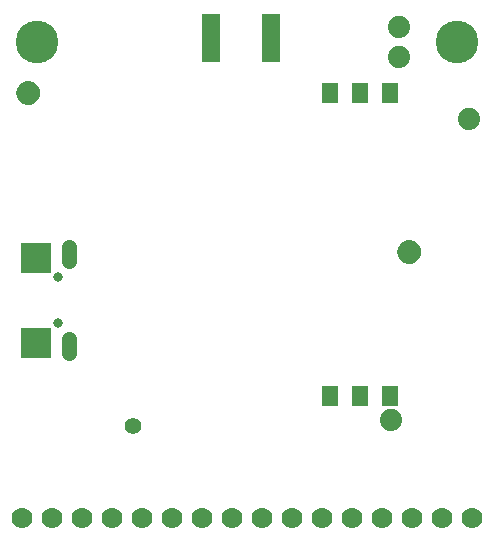
<source format=gbr>
G04 EAGLE Gerber RS-274X export*
G75*
%MOMM*%
%FSLAX34Y34*%
%LPD*%
%INSoldermask Bottom*%
%IPPOS*%
%AMOC8*
5,1,8,0,0,1.08239X$1,22.5*%
G01*
%ADD10C,0.801600*%
%ADD11R,2.601600X2.601600*%
%ADD12C,1.309600*%
%ADD13C,3.617600*%
%ADD14C,1.879600*%
%ADD15R,1.401600X1.801600*%
%ADD16C,1.401600*%
%ADD17R,1.625600X4.165600*%
%ADD18C,1.101600*%
%ADD19C,0.500000*%
%ADD20C,1.778000*%


D10*
X43180Y220160D03*
X43180Y181160D03*
D11*
X24180Y164660D03*
X24180Y236660D03*
D12*
X52180Y233660D02*
X52180Y245740D01*
X52180Y167660D02*
X52180Y155580D01*
D13*
X381000Y419100D03*
X25400Y419100D03*
D14*
X391160Y354330D03*
D15*
X323630Y376150D03*
X298230Y376150D03*
X272830Y376150D03*
X272830Y119150D03*
X298230Y119150D03*
X323630Y119150D03*
D14*
X331470Y406400D03*
X331470Y431800D03*
D16*
X106270Y93980D03*
D17*
X223520Y422910D03*
X172720Y422910D03*
D18*
X17780Y375920D03*
D19*
X25280Y375920D02*
X25278Y376101D01*
X25271Y376282D01*
X25260Y376463D01*
X25245Y376644D01*
X25225Y376824D01*
X25201Y377004D01*
X25173Y377183D01*
X25140Y377361D01*
X25103Y377538D01*
X25062Y377715D01*
X25017Y377890D01*
X24967Y378065D01*
X24913Y378238D01*
X24855Y378409D01*
X24793Y378580D01*
X24726Y378748D01*
X24656Y378915D01*
X24582Y379081D01*
X24503Y379244D01*
X24421Y379405D01*
X24335Y379565D01*
X24245Y379722D01*
X24151Y379877D01*
X24054Y380030D01*
X23952Y380180D01*
X23848Y380328D01*
X23739Y380474D01*
X23628Y380616D01*
X23512Y380756D01*
X23394Y380893D01*
X23272Y381028D01*
X23147Y381159D01*
X23019Y381287D01*
X22888Y381412D01*
X22753Y381534D01*
X22616Y381652D01*
X22476Y381768D01*
X22334Y381879D01*
X22188Y381988D01*
X22040Y382092D01*
X21890Y382194D01*
X21737Y382291D01*
X21582Y382385D01*
X21425Y382475D01*
X21265Y382561D01*
X21104Y382643D01*
X20941Y382722D01*
X20775Y382796D01*
X20608Y382866D01*
X20440Y382933D01*
X20269Y382995D01*
X20098Y383053D01*
X19925Y383107D01*
X19750Y383157D01*
X19575Y383202D01*
X19398Y383243D01*
X19221Y383280D01*
X19043Y383313D01*
X18864Y383341D01*
X18684Y383365D01*
X18504Y383385D01*
X18323Y383400D01*
X18142Y383411D01*
X17961Y383418D01*
X17780Y383420D01*
X17599Y383418D01*
X17418Y383411D01*
X17237Y383400D01*
X17056Y383385D01*
X16876Y383365D01*
X16696Y383341D01*
X16517Y383313D01*
X16339Y383280D01*
X16162Y383243D01*
X15985Y383202D01*
X15810Y383157D01*
X15635Y383107D01*
X15462Y383053D01*
X15291Y382995D01*
X15120Y382933D01*
X14952Y382866D01*
X14785Y382796D01*
X14619Y382722D01*
X14456Y382643D01*
X14295Y382561D01*
X14135Y382475D01*
X13978Y382385D01*
X13823Y382291D01*
X13670Y382194D01*
X13520Y382092D01*
X13372Y381988D01*
X13226Y381879D01*
X13084Y381768D01*
X12944Y381652D01*
X12807Y381534D01*
X12672Y381412D01*
X12541Y381287D01*
X12413Y381159D01*
X12288Y381028D01*
X12166Y380893D01*
X12048Y380756D01*
X11932Y380616D01*
X11821Y380474D01*
X11712Y380328D01*
X11608Y380180D01*
X11506Y380030D01*
X11409Y379877D01*
X11315Y379722D01*
X11225Y379565D01*
X11139Y379405D01*
X11057Y379244D01*
X10978Y379081D01*
X10904Y378915D01*
X10834Y378748D01*
X10767Y378580D01*
X10705Y378409D01*
X10647Y378238D01*
X10593Y378065D01*
X10543Y377890D01*
X10498Y377715D01*
X10457Y377538D01*
X10420Y377361D01*
X10387Y377183D01*
X10359Y377004D01*
X10335Y376824D01*
X10315Y376644D01*
X10300Y376463D01*
X10289Y376282D01*
X10282Y376101D01*
X10280Y375920D01*
X10282Y375739D01*
X10289Y375558D01*
X10300Y375377D01*
X10315Y375196D01*
X10335Y375016D01*
X10359Y374836D01*
X10387Y374657D01*
X10420Y374479D01*
X10457Y374302D01*
X10498Y374125D01*
X10543Y373950D01*
X10593Y373775D01*
X10647Y373602D01*
X10705Y373431D01*
X10767Y373260D01*
X10834Y373092D01*
X10904Y372925D01*
X10978Y372759D01*
X11057Y372596D01*
X11139Y372435D01*
X11225Y372275D01*
X11315Y372118D01*
X11409Y371963D01*
X11506Y371810D01*
X11608Y371660D01*
X11712Y371512D01*
X11821Y371366D01*
X11932Y371224D01*
X12048Y371084D01*
X12166Y370947D01*
X12288Y370812D01*
X12413Y370681D01*
X12541Y370553D01*
X12672Y370428D01*
X12807Y370306D01*
X12944Y370188D01*
X13084Y370072D01*
X13226Y369961D01*
X13372Y369852D01*
X13520Y369748D01*
X13670Y369646D01*
X13823Y369549D01*
X13978Y369455D01*
X14135Y369365D01*
X14295Y369279D01*
X14456Y369197D01*
X14619Y369118D01*
X14785Y369044D01*
X14952Y368974D01*
X15120Y368907D01*
X15291Y368845D01*
X15462Y368787D01*
X15635Y368733D01*
X15810Y368683D01*
X15985Y368638D01*
X16162Y368597D01*
X16339Y368560D01*
X16517Y368527D01*
X16696Y368499D01*
X16876Y368475D01*
X17056Y368455D01*
X17237Y368440D01*
X17418Y368429D01*
X17599Y368422D01*
X17780Y368420D01*
X17961Y368422D01*
X18142Y368429D01*
X18323Y368440D01*
X18504Y368455D01*
X18684Y368475D01*
X18864Y368499D01*
X19043Y368527D01*
X19221Y368560D01*
X19398Y368597D01*
X19575Y368638D01*
X19750Y368683D01*
X19925Y368733D01*
X20098Y368787D01*
X20269Y368845D01*
X20440Y368907D01*
X20608Y368974D01*
X20775Y369044D01*
X20941Y369118D01*
X21104Y369197D01*
X21265Y369279D01*
X21425Y369365D01*
X21582Y369455D01*
X21737Y369549D01*
X21890Y369646D01*
X22040Y369748D01*
X22188Y369852D01*
X22334Y369961D01*
X22476Y370072D01*
X22616Y370188D01*
X22753Y370306D01*
X22888Y370428D01*
X23019Y370553D01*
X23147Y370681D01*
X23272Y370812D01*
X23394Y370947D01*
X23512Y371084D01*
X23628Y371224D01*
X23739Y371366D01*
X23848Y371512D01*
X23952Y371660D01*
X24054Y371810D01*
X24151Y371963D01*
X24245Y372118D01*
X24335Y372275D01*
X24421Y372435D01*
X24503Y372596D01*
X24582Y372759D01*
X24656Y372925D01*
X24726Y373092D01*
X24793Y373260D01*
X24855Y373431D01*
X24913Y373602D01*
X24967Y373775D01*
X25017Y373950D01*
X25062Y374125D01*
X25103Y374302D01*
X25140Y374479D01*
X25173Y374657D01*
X25201Y374836D01*
X25225Y375016D01*
X25245Y375196D01*
X25260Y375377D01*
X25271Y375558D01*
X25278Y375739D01*
X25280Y375920D01*
D18*
X340360Y241300D03*
D19*
X347860Y241300D02*
X347858Y241481D01*
X347851Y241662D01*
X347840Y241843D01*
X347825Y242024D01*
X347805Y242204D01*
X347781Y242384D01*
X347753Y242563D01*
X347720Y242741D01*
X347683Y242918D01*
X347642Y243095D01*
X347597Y243270D01*
X347547Y243445D01*
X347493Y243618D01*
X347435Y243789D01*
X347373Y243960D01*
X347306Y244128D01*
X347236Y244295D01*
X347162Y244461D01*
X347083Y244624D01*
X347001Y244785D01*
X346915Y244945D01*
X346825Y245102D01*
X346731Y245257D01*
X346634Y245410D01*
X346532Y245560D01*
X346428Y245708D01*
X346319Y245854D01*
X346208Y245996D01*
X346092Y246136D01*
X345974Y246273D01*
X345852Y246408D01*
X345727Y246539D01*
X345599Y246667D01*
X345468Y246792D01*
X345333Y246914D01*
X345196Y247032D01*
X345056Y247148D01*
X344914Y247259D01*
X344768Y247368D01*
X344620Y247472D01*
X344470Y247574D01*
X344317Y247671D01*
X344162Y247765D01*
X344005Y247855D01*
X343845Y247941D01*
X343684Y248023D01*
X343521Y248102D01*
X343355Y248176D01*
X343188Y248246D01*
X343020Y248313D01*
X342849Y248375D01*
X342678Y248433D01*
X342505Y248487D01*
X342330Y248537D01*
X342155Y248582D01*
X341978Y248623D01*
X341801Y248660D01*
X341623Y248693D01*
X341444Y248721D01*
X341264Y248745D01*
X341084Y248765D01*
X340903Y248780D01*
X340722Y248791D01*
X340541Y248798D01*
X340360Y248800D01*
X340179Y248798D01*
X339998Y248791D01*
X339817Y248780D01*
X339636Y248765D01*
X339456Y248745D01*
X339276Y248721D01*
X339097Y248693D01*
X338919Y248660D01*
X338742Y248623D01*
X338565Y248582D01*
X338390Y248537D01*
X338215Y248487D01*
X338042Y248433D01*
X337871Y248375D01*
X337700Y248313D01*
X337532Y248246D01*
X337365Y248176D01*
X337199Y248102D01*
X337036Y248023D01*
X336875Y247941D01*
X336715Y247855D01*
X336558Y247765D01*
X336403Y247671D01*
X336250Y247574D01*
X336100Y247472D01*
X335952Y247368D01*
X335806Y247259D01*
X335664Y247148D01*
X335524Y247032D01*
X335387Y246914D01*
X335252Y246792D01*
X335121Y246667D01*
X334993Y246539D01*
X334868Y246408D01*
X334746Y246273D01*
X334628Y246136D01*
X334512Y245996D01*
X334401Y245854D01*
X334292Y245708D01*
X334188Y245560D01*
X334086Y245410D01*
X333989Y245257D01*
X333895Y245102D01*
X333805Y244945D01*
X333719Y244785D01*
X333637Y244624D01*
X333558Y244461D01*
X333484Y244295D01*
X333414Y244128D01*
X333347Y243960D01*
X333285Y243789D01*
X333227Y243618D01*
X333173Y243445D01*
X333123Y243270D01*
X333078Y243095D01*
X333037Y242918D01*
X333000Y242741D01*
X332967Y242563D01*
X332939Y242384D01*
X332915Y242204D01*
X332895Y242024D01*
X332880Y241843D01*
X332869Y241662D01*
X332862Y241481D01*
X332860Y241300D01*
X332862Y241119D01*
X332869Y240938D01*
X332880Y240757D01*
X332895Y240576D01*
X332915Y240396D01*
X332939Y240216D01*
X332967Y240037D01*
X333000Y239859D01*
X333037Y239682D01*
X333078Y239505D01*
X333123Y239330D01*
X333173Y239155D01*
X333227Y238982D01*
X333285Y238811D01*
X333347Y238640D01*
X333414Y238472D01*
X333484Y238305D01*
X333558Y238139D01*
X333637Y237976D01*
X333719Y237815D01*
X333805Y237655D01*
X333895Y237498D01*
X333989Y237343D01*
X334086Y237190D01*
X334188Y237040D01*
X334292Y236892D01*
X334401Y236746D01*
X334512Y236604D01*
X334628Y236464D01*
X334746Y236327D01*
X334868Y236192D01*
X334993Y236061D01*
X335121Y235933D01*
X335252Y235808D01*
X335387Y235686D01*
X335524Y235568D01*
X335664Y235452D01*
X335806Y235341D01*
X335952Y235232D01*
X336100Y235128D01*
X336250Y235026D01*
X336403Y234929D01*
X336558Y234835D01*
X336715Y234745D01*
X336875Y234659D01*
X337036Y234577D01*
X337199Y234498D01*
X337365Y234424D01*
X337532Y234354D01*
X337700Y234287D01*
X337871Y234225D01*
X338042Y234167D01*
X338215Y234113D01*
X338390Y234063D01*
X338565Y234018D01*
X338742Y233977D01*
X338919Y233940D01*
X339097Y233907D01*
X339276Y233879D01*
X339456Y233855D01*
X339636Y233835D01*
X339817Y233820D01*
X339998Y233809D01*
X340179Y233802D01*
X340360Y233800D01*
X340541Y233802D01*
X340722Y233809D01*
X340903Y233820D01*
X341084Y233835D01*
X341264Y233855D01*
X341444Y233879D01*
X341623Y233907D01*
X341801Y233940D01*
X341978Y233977D01*
X342155Y234018D01*
X342330Y234063D01*
X342505Y234113D01*
X342678Y234167D01*
X342849Y234225D01*
X343020Y234287D01*
X343188Y234354D01*
X343355Y234424D01*
X343521Y234498D01*
X343684Y234577D01*
X343845Y234659D01*
X344005Y234745D01*
X344162Y234835D01*
X344317Y234929D01*
X344470Y235026D01*
X344620Y235128D01*
X344768Y235232D01*
X344914Y235341D01*
X345056Y235452D01*
X345196Y235568D01*
X345333Y235686D01*
X345468Y235808D01*
X345599Y235933D01*
X345727Y236061D01*
X345852Y236192D01*
X345974Y236327D01*
X346092Y236464D01*
X346208Y236604D01*
X346319Y236746D01*
X346428Y236892D01*
X346532Y237040D01*
X346634Y237190D01*
X346731Y237343D01*
X346825Y237498D01*
X346915Y237655D01*
X347001Y237815D01*
X347083Y237976D01*
X347162Y238139D01*
X347236Y238305D01*
X347306Y238472D01*
X347373Y238640D01*
X347435Y238811D01*
X347493Y238982D01*
X347547Y239155D01*
X347597Y239330D01*
X347642Y239505D01*
X347683Y239682D01*
X347720Y239859D01*
X347753Y240037D01*
X347781Y240216D01*
X347805Y240396D01*
X347825Y240576D01*
X347840Y240757D01*
X347851Y240938D01*
X347858Y241119D01*
X347860Y241300D01*
D20*
X12700Y16510D03*
X38100Y16510D03*
X63500Y16510D03*
X88900Y16510D03*
X114300Y16510D03*
X139700Y16510D03*
X165100Y16510D03*
X190500Y16510D03*
X215900Y16510D03*
X241300Y16510D03*
X266700Y16510D03*
X292100Y16510D03*
X317500Y16510D03*
X342900Y16510D03*
X368300Y16510D03*
X393700Y16510D03*
D14*
X325120Y99060D03*
M02*

</source>
